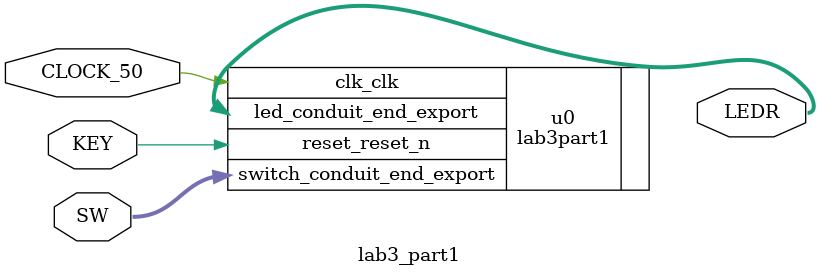
<source format=v>
module lab3_part1 (
    input         CLOCK_50,
    input  [0:0]  KEY,
    input  [15:0] SW,
    output [15:0] LEDR
);

    lab3part1 u0 (
        .clk_clk                   (CLOCK_50),                   //                clk.clk
        .reset_reset_n             (KEY),             //              reset.reset_n
        .switch_conduit_end_export (SW), // switch_conduit_end.export
        .led_conduit_end_export    (LEDR)     //    led_conduit_end.export
    );

endmodule


</source>
